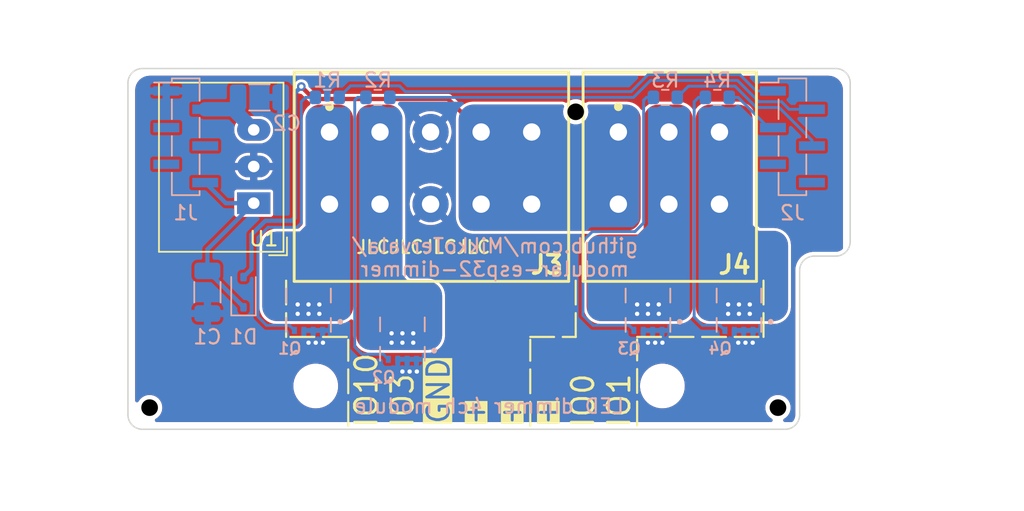
<source format=kicad_pcb>
(kicad_pcb (version 20221018) (generator pcbnew)
  (layers (0 "F.Cu" signal) (31 "B.Cu" signal) (34 "B.Paste" user) (35 "F.Paste" user) (36 "B.SilkS" user "B.Silkscreen") (37 "F.SilkS" user "F.Silkscreen") (38 "B.Mask" user) (39 "F.Mask" user) (44 "Edge.Cuts" user))
  (net 0 "")
  (net 1 "GND")
  (net 2 "+12C")
  (net 3 "+3V3")
  (net 4 "+12V")
  (net 8 "/CH1")
  (net 9 "/CH2")
  (net 10 "Net-(Q1-G)")
  (net 11 "Net-(Q2-G)")
  (net 12 "Net-(Q3-G)")
  (net 13 "/CH3")
  (net 14 "Net-(Q4-G)")
  (net 15 "/CH4")
  (net 16 "GPIO10")
  (net 17 "GPIO3")
  (net 18 "GPIO1")
  (net 19 "GPIO0")
  (net 20 "GPIO7")
  (net 21 "GPIO6")
  (footprint "ESP32_dimmer_footprints:CONN_2601-1103_Wago" (layer "F.Cu") (at 153.95 34.4)
    (fp_text reference "J4" (at 8.05 9.2) (layer "F.SilkS") (effects (font (size 1.27 1.27) (thickness 0.254))))
    (fp_text value "Conn_01x03" hide)
    (fp_line (start -2.44 -4.15) (end 9.56 -4.15) (stroke (width 0.2)) (layer "F.SilkS"))
    (fp_line (start -2.44 10.35) (end -2.44 -4.15) (stroke (width 0.2)) (layer "F.SilkS"))
    (fp_line (start 9.56 -4.15) (end 9.56 10.35) (stroke (width 0.2)) (layer "F.SilkS"))
    (fp_line (start 9.56 10.35) (end -2.44 10.35) (stroke (width 0.2)) (layer "F.SilkS"))
    (fp_circle (center 0 -1.75) (end 0.25 -1.75) (stroke (width 0.1)) (fill solid) (layer "F.SilkS"))
    (pad "1" thru_hole circle (at 0 0) (size 2.5 2.5) (drill 1.2) (layers "*.Cu" "*.Mask") (net 4 "+12V"))
    (pad "1" thru_hole circle (at 0 5) (size 2.5 2.5) (drill 1.2) (layers "*.Cu" "*.Mask") (net 4 "+12V"))
    (pad "2" thru_hole circle (at 3.5 0) (size 2.5 2.5) (drill 1.2) (layers "*.Cu" "*.Mask") (net 13 "/CH3"))
    (pad "2" thru_hole circle (at 3.5 5) (size 2.5 2.5) (drill 1.2) (layers "*.Cu" "*.Mask") (net 13 "/CH3"))
    (pad "3" thru_hole circle (at 7 0) (size 2.5 2.5) (drill 1.2) (layers "*.Cu" "*.Mask") (net 15 "/CH4"))
    (pad "3" thru_hole circle (at 7 5) (size 2.5 2.5) (drill 1.2) (layers "*.Cu" "*.Mask") (net 15 "/CH4"))
  )
  (footprint "ESP32_dimmer_footprints:JLCPCB tooling hole" (layer "F.Cu") (at 151 33)
    (fp_text reference "H4" hide)
    (fp_text value "JLCPCB tooling hole" hide)
    (pad "" np_thru_hole circle (at 0 0) (size 1.3 1.3) (drill 1.152) (layers "*.Mask"))
  )
  (footprint "ESP32_dimmer_footprints:JLCPCB tooling hole" (layer "F.Cu") (at 165 53.5)
    (fp_text reference "H5" hide)
    (fp_text value "JLCPCB tooling hole" hide)
    (pad "" np_thru_hole circle (at 0 0) (size 1.3 1.3) (drill 1.152) (layers "*.Mask"))
  )
  (footprint "MountingHole:MountingHole_2.5mm" (layer "F.Cu") (at 157 52)
    (fp_text reference "H2" hide)
    (fp_text value "MountingHole-Spacer")
    (pad "" np_thru_hole circle (at 0 0) (size 2.5 2.5) (drill 2.5) (layers "*.Cu" "*.Mask"))
  )
  (footprint "ESP32_dimmer_footprints:Converter_DCDC_RECOM_R-78E-0.5_THT" (layer "F.Cu") (at 128.7075 39.33 90)
    (fp_text reference "U1" (at -2.47 0.6925 180) (layer "F.SilkS"))
    (fp_text value "R-78E3.3-0.5")
    (fp_line (start -3.611 1.06) (end -3.611 2.3) (stroke (width 0.12)) (layer "F.SilkS"))
    (fp_line (start -3.611 2.3) (end -2.371 2.3) (stroke (width 0.12)) (layer "F.SilkS"))
    (fp_line (start -3.371 -6.56) (end -3.371 2.06) (stroke (width 0.12)) (layer "F.SilkS"))
    (fp_line (start -3.371 -6.56) (end 8.35 -6.56) (stroke (width 0.12)) (layer "F.SilkS"))
    (fp_line (start -3.371 2.06) (end 8.35 2.06) (stroke (width 0.12)) (layer "F.SilkS"))
    (fp_line (start 8.35 -6.56) (end 8.35 2.06) (stroke (width 0.12)) (layer "F.SilkS"))
    (pad "1" thru_hole rect (at 0 0 90) (size 1.5 2.3) (drill 0.8) (layers "*.Cu" "*.Mask") (net 2 "+12C"))
    (pad "2" thru_hole oval (at 2.54 0 90) (size 1.5 2.3) (drill 0.8) (layers "*.Cu" "*.Mask") (net 1 "GND"))
    (pad "3" thru_hole oval (at 5.08 0 90) (size 1.5 2.3) (drill 0.8) (layers "*.Cu" "*.Mask") (net 3 "+3V3"))
  )
  (footprint "ESP32_dimmer_footprints:CONN_2601-1105_Wago" (layer "F.Cu") (at 133.95 34.4)
    (fp_text reference "J3" (at 15.05 9.2) (layer "F.SilkS") (effects (font (size 1.27 1.27) (thickness 0.254))))
    (fp_text value "Conn_01x05" hide)
    (fp_line (start -2.44 -4.15) (end 16.56 -4.15) (stroke (width 0.2)) (layer "F.SilkS"))
    (fp_line (start -2.44 10.35) (end -2.44 -4.15) (stroke (width 0.2)) (layer "F.SilkS"))
    (fp_line (start 16.56 -4.15) (end 16.56 10.35) (stroke (width 0.2)) (layer "F.SilkS"))
    (fp_line (start 16.56 10.35) (end -2.44 10.35) (stroke (width 0.2)) (layer "F.SilkS"))
    (fp_circle (center 0 -1.75) (end 0.25 -1.75) (stroke (width 0.1)) (fill solid) (layer "F.SilkS"))
    (pad "1" thru_hole circle (at 0 0) (size 2.5 2.5) (drill 1.2) (layers "*.Cu" "*.Mask") (net 8 "/CH1"))
    (pad "1" thru_hole circle (at 0 5) (size 2.5 2.5) (drill 1.2) (layers "*.Cu" "*.Mask") (net 8 "/CH1"))
    (pad "2" thru_hole circle (at 3.5 0) (size 2.5 2.5) (drill 1.2) (layers "*.Cu" "*.Mask") (net 9 "/CH2"))
    (pad "2" thru_hole circle (at 3.5 5) (size 2.5 2.5) (drill 1.2) (layers "*.Cu" "*.Mask") (net 9 "/CH2"))
    (pad "3" thru_hole circle (at 7 0) (size 2.5 2.5) (drill 1.2) (layers "*.Cu" "*.Mask") (net 1 "GND"))
    (pad "3" thru_hole circle (at 7 5) (size 2.5 2.5) (drill 1.2) (layers "*.Cu" "*.Mask") (net 1 "GND"))
    (pad "4" thru_hole circle (at 10.5 0) (size 2.5 2.5) (drill 1.2) (layers "*.Cu" "*.Mask") (net 4 "+12V"))
    (pad "4" thru_hole circle (at 10.5 5) (size 2.5 2.5) (drill 1.2) (layers "*.Cu" "*.Mask") (net 4 "+12V"))
    (pad "5" thru_hole circle (at 14 0) (size 2.5 2.5) (drill 1.2) (layers "*.Cu" "*.Mask") (net 4 "+12V"))
    (pad "5" thru_hole circle (at 14 5) (size 2.5 2.5) (drill 1.2) (layers "*.Cu" "*.Mask") (net 4 "+12V"))
  )
  (footprint "MountingHole:MountingHole_2.5mm" (layer "F.Cu") (at 133 52)
    (fp_text reference "H1" hide)
    (fp_text value "MountingHole-Spacer")
    (pad "" np_thru_hole circle (at 0 0) (size 2.5 2.5) (drill 2.5) (layers "*.Cu" "*.Mask"))
  )
  (footprint "ESP32_dimmer_footprints:JLCPCB tooling hole" (layer "F.Cu") (at 121.5 53.5)
    (fp_text reference "H3" hide)
    (fp_text value "JLCPCB tooling hole" hide)
    (pad "" np_thru_hole circle (at 0 0) (size 1.3 1.3) (drill 1.152) (layers "*.Mask"))
  )
  (footprint "Capacitor_SMD:C_1206_3216Metric" (layer "B.Cu") (at 125.5 45.5 90)
    (fp_text reference "C1" (at -3.1 0 180) (layer "B.SilkS") (effects (justify mirror)))
    (fp_text value "10µf")
    (fp_line (start -0.711252 -0.91) (end 0.711252 -0.91) (stroke (width 0.12)) (layer "B.SilkS"))
    (fp_line (start -0.711252 0.91) (end 0.711252 0.91) (stroke (width 0.12)) (layer "B.SilkS"))
    (pad "1" smd roundrect (at -1.475 0 90) (size 1.15 1.8) (layers "B.Cu" "B.Paste" "B.Mask") (roundrect_rratio 0.2173913043) (net 1 "GND"))
    (pad "2" smd roundrect (at 1.475 0 90) (size 1.15 1.8) (layers "B.Cu" "B.Paste" "B.Mask") (roundrect_rratio 0.2173913043) (net 2 "+12C"))
  )
  (footprint "ESP32_dimmer_footprints:TRANS_AON7403" (layer "B.Cu") (at 162.3 46.75 90)
    (fp_text reference "Q4" (at -2.65 -1.3 180) (layer "B.SilkS") (effects (font (size 0.8 0.8)) (justify mirror)))
    (fp_text value "AON7524")
    (fp_line (start -0.535 -1.545) (end -1.5 -1.545) (stroke (width 0.127)) (layer "B.SilkS"))
    (fp_line (start -0.535 1.545) (end -1.5 1.545) (stroke (width 0.127)) (layer "B.SilkS"))
    (fp_line (start 0.535 -1.545) (end 1.5 -1.545) (stroke (width 0.127)) (layer "B.SilkS"))
    (fp_line (start 0.535 1.545) (end 1.5 1.545) (stroke (width 0.127)) (layer "B.SilkS"))
    (fp_circle (center -0.8 2.2) (end -0.7 2.2) (stroke (width 0.2)) (fill none) (layer "B.SilkS"))
    (pad "1" smd roundrect (at -1.4 -0.975 90) (size 0.5 0.35) (layers "B.Cu" "B.Paste" "B.Mask") (roundrect_rratio 0.1) (net 14 "Net-(Q4-G)"))
    (pad "2" thru_hole circle (at -0.25 -0.75 90) (size 0.6 0.6) (drill 0.3) (layers "*.Cu" "*.Mask") (net 15 "/CH4"))
    (pad "2" thru_hole circle (at -0.25 0 90) (size 0.6 0.6) (drill 0.3) (layers "*.Cu" "*.Mask") (net 15 "/CH4"))
    (pad "2" thru_hole circle (at -0.25 0.75 90) (size 0.6 0.6) (drill 0.3) (layers "*.Cu" "*.Mask") (net 15 "/CH4"))
    (pad "2" smd roundrect (at 0 -1.315 90) (size 0.43 0.58) (layers "B.Cu" "B.Paste" "B.Mask") (roundrect_rratio 0.1) (net 15 "/CH4"))
    (pad "2" smd roundrect (at 0 1.315 90) (size 0.43 0.58) (layers "B.Cu" "B.Paste" "B.Mask") (roundrect_rratio 0.1) (net 15 "/CH4"))
    (pad "2" smd roundrect (at 0.36 0 90) (size 1.98 2.45) (layers "B.Cu" "B.Mask") (roundrect_rratio 0.0202020202) (net 15 "/CH4"))
    (pad "2" thru_hole circle (at 0.4 -0.75 90) (size 0.6 0.6) (drill 0.3) (layers "*.Cu" "*.Mask") (net 15 "/CH4"))
    (pad "2" thru_hole circle (at 0.4 0 90) (size 0.6 0.6) (drill 0.3) (layers "*.Cu" "*.Mask") (net 15 "/CH4"))
    (pad "2" thru_hole circle (at 0.4 0.75 90) (size 0.6 0.6) (drill 0.3) (layers "*.Cu" "*.Mask") (net 15 "/CH4"))
    (pad "2" smd roundrect (at 1.4 -0.975 90) (size 0.5 0.4) (layers "B.Cu" "B.Paste" "B.Mask") (roundrect_rratio 0.1) (net 15 "/CH4"))
    (pad "2" smd roundrect (at 1.4 -0.325 90) (size 0.5 0.4) (layers "B.Cu" "B.Paste" "B.Mask") (roundrect_rratio 0.1) (net 15 "/CH4"))
    (pad "2" smd roundrect (at 1.4 0.325 90) (size 0.5 0.4) (layers "B.Cu" "B.Paste" "B.Mask") (roundrect_rratio 0.1) (net 15 "/CH4"))
    (pad "2" smd roundrect (at 1.4 0.975 90) (size 0.5 0.4) (layers "B.Cu" "B.Paste" "B.Mask") (roundrect_rratio 0.1) (net 15 "/CH4"))
    (pad "3" smd roundrect (at -1.4 -0.325 90) (size 0.5 0.35) (layers "B.Cu" "B.Paste" "B.Mask") (roundrect_rratio 0.1) (net 1 "GND"))
    (pad "3" smd roundrect (at -1.4 0.325 90) (size 0.5 0.35) (layers "B.Cu" "B.Paste" "B.Mask") (roundrect_rratio 0.1) (net 1 "GND"))
    (pad "3" smd roundrect (at -1.4 0.975 90) (size 0.5 0.35) (layers "B.Cu" "B.Paste" "B.Mask") (roundrect_rratio 0.1) (net 1 "GND"))
  )
  (footprint "Connector_PinSocket_1.27mm:PinSocket_1x06_P1.27mm_Vertical_SMD_Pin1Right" (layer "B.Cu") (at 124 34.73 180)
    (fp_text reference "J1" (at 0 -5.27) (layer "B.SilkS") (effects (justify mirror)))
    (fp_text value "Conn_01x06_Socket")
    (fp_line (start -0.96 -4.045) (end 0.96 -4.045) (stroke (width 0.12)) (layer "B.SilkS"))
    (fp_line (start -0.96 -3.76) (end -0.96 -4.045) (stroke (width 0.12)) (layer "B.SilkS"))
    (fp_line (start -0.96 -1.22) (end -0.96 -2.59) (stroke (width 0.12)) (layer "B.SilkS"))
    (fp_line (start -0.96 1.32) (end -0.96 -0.05) (stroke (width 0.12)) (layer "B.SilkS"))
    (fp_line (start -0.96 4.045) (end -0.96 2.49) (stroke (width 0.12)) (layer "B.SilkS"))
    (fp_line (start -0.96 4.045) (end 0.96 4.045) (stroke (width 0.12)) (layer "B.SilkS"))
    (fp_line (start 0.96 -2.49) (end 0.96 -4.045) (stroke (width 0.12)) (layer "B.SilkS"))
    (fp_line (start 0.96 0.05) (end 0.96 -1.32) (stroke (width 0.12)) (layer "B.SilkS"))
    (fp_line (start 0.96 2.59) (end 0.96 1.22) (stroke (width 0.12)) (layer "B.SilkS"))
    (fp_line (start 0.96 3.76) (end 2.19 3.76) (stroke (width 0.12)) (layer "B.SilkS"))
    (fp_line (start 0.96 4.045) (end 0.96 3.76) (stroke (width 0.12)) (layer "B.SilkS"))
    (pad "1" smd rect (at 1.35 3.175 180) (size 1.8 0.65) (layers "B.Cu" "B.Paste" "B.Mask") (net 1 "GND"))
    (pad "2" smd rect (at -1.35 1.905 180) (size 1.8 0.65) (layers "B.Cu" "B.Paste" "B.Mask") (net 3 "+3V3"))
    (pad "3" smd rect (at 1.35 0.635 180) (size 1.8 0.65) (layers "B.Cu" "B.Paste" "B.Mask"))
    (pad "4" smd rect (at -1.35 -0.635 180) (size 1.8 0.65) (layers "B.Cu" "B.Paste" "B.Mask"))
    (pad "5" smd rect (at 1.35 -1.905 180) (size 1.8 0.65) (layers "B.Cu" "B.Paste" "B.Mask"))
    (pad "6" smd rect (at -1.35 -3.175 180) (size 1.8 0.65) (layers "B.Cu" "B.Paste" "B.Mask") (net 2 "+12C"))
  )
  (footprint "Connector_PinSocket_1.27mm:PinSocket_1x06_P1.27mm_Vertical_SMD_Pin1Right" (layer "B.Cu") (at 166 34.73 180)
    (fp_text reference "J2" (at 0 -5.27) (layer "B.SilkS") (effects (justify mirror)))
    (fp_text value "Conn_01x06_Socket")
    (fp_line (start -0.96 -4.045) (end 0.96 -4.045) (stroke (width 0.12)) (layer "B.SilkS"))
    (fp_line (start -0.96 -3.76) (end -0.96 -4.045) (stroke (width 0.12)) (layer "B.SilkS"))
    (fp_line (start -0.96 -1.22) (end -0.96 -2.59) (stroke (width 0.12)) (layer "B.SilkS"))
    (fp_line (start -0.96 1.32) (end -0.96 -0.05) (stroke (width 0.12)) (layer "B.SilkS"))
    (fp_line (start -0.96 4.045) (end -0.96 2.49) (stroke (width 0.12)) (layer "B.SilkS"))
    (fp_line (start -0.96 4.045) (end 0.96 4.045) (stroke (width 0.12)) (layer "B.SilkS"))
    (fp_line (start 0.96 -2.49) (end 0.96 -4.045) (stroke (width 0.12)) (layer "B.SilkS"))
    (fp_line (start 0.96 0.05) (end 0.96 -1.32) (stroke (width 0.12)) (layer "B.SilkS"))
    (fp_line (start 0.96 2.59) (end 0.96 1.22) (stroke (width 0.12)) (layer "B.SilkS"))
    (fp_line (start 0.96 3.76) (end 2.19 3.76) (stroke (width 0.12)) (layer "B.SilkS"))
    (fp_line (start 0.96 4.045) (end 0.96 3.76) (stroke (width 0.12)) (layer "B.SilkS"))
    (pad "1" smd rect (at 1.35 3.175 180) (size 1.8 0.65) (layers "B.Cu" "B.Paste" "B.Mask") (net 16 "GPIO10"))
    (pad "2" smd rect (at -1.35 1.905 180) (size 1.8 0.65) (layers "B.Cu" "B.Paste" "B.Mask") (net 17 "GPIO3"))
    (pad "3" smd rect (at 1.35 0.635 180) (size 1.8 0.65) (layers "B.Cu" "B.Paste" "B.Mask") (net 18 "GPIO1"))
    (pad "4" smd rect (at -1.35 -0.635 180) (size 1.8 0.65) (layers "B.Cu" "B.Paste" "B.Mask") (net 19 "GPIO0"))
    (pad "5" smd rect (at 1.35 -1.905 180) (size 1.8 0.65) (layers "B.Cu" "B.Paste" "B.Mask") (net 20 "GPIO7"))
    (pad "6" smd rect (at -1.35 -3.175 180) (size 1.8 0.65) (layers "B.Cu" "B.Paste" "B.Mask") (net 21 "GPIO6"))
  )
  (footprint "ESP32_dimmer_footprints:TRANS_AON7403" (layer "B.Cu") (at 139 48.75 90)
    (fp_text reference "Q2" (at -2.65 -1.3 180) (layer "B.SilkS") (effects (font (size 0.8 0.8)) (justify mirror)))
    (fp_text value "AON7524")
    (fp_line (start -0.535 -1.545) (end -1.5 -1.545) (stroke (width 0.127)) (layer "B.SilkS"))
    (fp_line (start -0.535 1.545) (end -1.5 1.545) (stroke (width 0.127)) (layer "B.SilkS"))
    (fp_line (start 0.535 -1.545) (end 1.5 -1.545) (stroke (width 0.127)) (layer "B.SilkS"))
    (fp_line (start 0.535 1.545) (end 1.5 1.545) (stroke (width 0.127)) (layer "B.SilkS"))
    (fp_circle (center -0.8 2.2) (end -0.7 2.2) (stroke (width 0.2)) (fill none) (layer "B.SilkS"))
    (pad "1" smd roundrect (at -1.4 -0.975 90) (size 0.5 0.35) (layers "B.Cu" "B.Paste" "B.Mask") (roundrect_rratio 0.1) (net 11 "Net-(Q2-G)"))
    (pad "2" thru_hole circle (at -0.25 -0.75 90) (size 0.6 0.6) (drill 0.3) (layers "*.Cu" "*.Mask") (net 9 "/CH2"))
    (pad "2" thru_hole circle (at -0.25 0 90) (size 0.6 0.6) (drill 0.3) (layers "*.Cu" "*.Mask") (net 9 "/CH2"))
    (pad "2" thru_hole circle (at -0.25 0.75 90) (size 0.6 0.6) (drill 0.3) (layers "*.Cu" "*.Mask") (net 9 "/CH2"))
    (pad "2" smd roundrect (at 0 -1.315 90) (size 0.43 0.58) (layers "B.Cu" "B.Paste" "B.Mask") (roundrect_rratio 0.1) (net 9 "/CH2"))
    (pad "2" smd roundrect (at 0 1.315 90) (size 0.43 0.58) (layers "B.Cu" "B.Paste" "B.Mask") (roundrect_rratio 0.1) (net 9 "/CH2"))
    (pad "2" smd roundrect (at 0.36 0 90) (size 1.98 2.45) (layers "B.Cu" "B.Mask") (roundrect_rratio 0.0202020202) (net 9 "/CH2"))
    (pad "2" thru_hole circle (at 0.4 -0.75 90) (size 0.6 0.6) (drill 0.3) (layers "*.Cu" "*.Mask") (net 9 "/CH2"))
    (pad "2" thru_hole circle (at 0.4 0 90) (size 0.6 0.6) (drill 0.3) (layers "*.Cu" "*.Mask") (net 9 "/CH2"))
    (pad "2" thru_hole circle (at 0.4 0.75 90) (size 0.6 0.6) (drill 0.3) (layers "*.Cu" "*.Mask") (net 9 "/CH2"))
    (pad "2" smd roundrect (at 1.4 -0.975 90) (size 0.5 0.4) (layers "B.Cu" "B.Paste" "B.Mask") (roundrect_rratio 0.1) (net 9 "/CH2"))
    (pad "2" smd roundrect (at 1.4 -0.325 90) (size 0.5 0.4) (layers "B.Cu" "B.Paste" "B.Mask") (roundrect_rratio 0.1) (net 9 "/CH2"))
    (pad "2" smd roundrect (at 1.4 0.325 90) (size 0.5 0.4) (layers "B.Cu" "B.Paste" "B.Mask") (roundrect_rratio 0.1) (net 9 "/CH2"))
    (pad "2" smd roundrect (at 1.4 0.975 90) (size 0.5 0.4) (layers "B.Cu" "B.Paste" "B.Mask") (roundrect_rratio 0.1) (net 9 "/CH2"))
    (pad "3" smd roundrect (at -1.4 -0.325 90) (size 0.5 0.35) (layers "B.Cu" "B.Paste" "B.Mask") (roundrect_rratio 0.1) (net 1 "GND"))
    (pad "3" smd roundrect (at -1.4 0.325 90) (size 0.5 0.35) (layers "B.Cu" "B.Paste" "B.Mask") (roundrect_rratio 0.1) (net 1 "GND"))
    (pad "3" smd roundrect (at -1.4 0.975 90) (size 0.5 0.35) (layers "B.Cu" "B.Paste" "B.Mask") (roundrect_rratio 0.1) (net 1 "GND"))
  )
  (footprint "Diode_SMD:D_SOD-323" (layer "B.Cu") (at 128 45.5 90)
    (fp_text reference "D1" (at -3.1 0 180) (layer "B.SilkS") (effects (justify mirror)))
    (fp_text value "1N5819WS 1A 40V")
    (fp_line (start -1.61 -0.85) (end 1.05 -0.85) (stroke (width 0.12)) (layer "B.SilkS"))
    (fp_line (start -1.61 0.85) (end -1.61 -0.85) (stroke (width 0.12)) (layer "B.SilkS"))
    (fp_line (start -1.61 0.85) (end 1.05 0.85) (stroke (width 0.12)) (layer "B.SilkS"))
    (pad "1" smd roundrect (at -1.05 0 90) (size 0.6 0.45) (layers "B.Cu" "B.Paste" "B.Mask") (net 2 "+12C"))
    (pad "2" smd roundrect (at 1.05 0 90) (size 0.6 0.45) (layers "B.Cu" "B.Paste" "B.Mask") (net 4 "+12V"))
  )
  (footprint "ESP32_dimmer_footprints:TRANS_AON7403" (layer "B.Cu") (at 132.5 46.75 90)
    (fp_text reference "Q1" (at -2.65 -1.3 180) (layer "B.SilkS") (effects (font (size 0.8 0.8)) (justify mirror)))
    (fp_text value "AON7524")
    (fp_line (start -0.535 -1.545) (end -1.5 -1.545) (stroke (width 0.127)) (layer "B.SilkS"))
    (fp_line (start -0.535 1.545) (end -1.5 1.545) (stroke (width 0.127)) (layer "B.SilkS"))
    (fp_line (start 0.535 -1.545) (end 1.5 -1.545) (stroke (width 0.127)) (layer "B.SilkS"))
    (fp_line (start 0.535 1.545) (end 1.5 1.545) (stroke (width 0.127)) (layer "B.SilkS"))
    (fp_circle (center -0.8 2.2) (end -0.7 2.2) (stroke (width 0.2)) (fill none) (layer "B.SilkS"))
    (pad "1" smd roundrect (at -1.4 -0.975 90) (size 0.5 0.35) (layers "B.Cu" "B.Paste" "B.Mask") (roundrect_rratio 0.1) (net 10 "Net-(Q1-G)"))
    (pad "2" thru_hole circle (at -0.25 -0.75 90) (size 0.6 0.6) (drill 0.3) (layers "*.Cu" "*.Mask") (net 8 "/CH1"))
    (pad "2" thru_hole circle (at -0.25 0 90) (size 0.6 0.6) (drill 0.3) (layers "*.Cu" "*.Mask") (net 8 "/CH1"))
    (pad "2" thru_hole circle (at -0.25 0.75 90) (size 0.6 0.6) (drill 0.3) (layers "*.Cu" "*.Mask") (net 8 "/CH1"))
    (pad "2" smd roundrect (at 0 -1.315 90) (size 0.43 0.58) (layers "B.Cu" "B.Paste" "B.Mask") (roundrect_rratio 0.1) (net 8 "/CH1"))
    (pad "2" smd roundrect (at 0 1.315 90) (size 0.43 0.58) (layers "B.Cu" "B.Paste" "B.Mask") (roundrect_rratio 0.1) (net 8 "/CH1"))
    (pad "2" smd roundrect (at 0.36 0 90) (size 1.98 2.45) (layers "B.Cu" "B.Mask") (roundrect_rratio 0.0202020202) (net 8 "/CH1"))
    (pad "2" thru_hole circle (at 0.4 -0.75 90) (size 0.6 0.6) (drill 0.3) (layers "*.Cu" "*.Mask") (net 8 "/CH1"))
    (pad "2" thru_hole circle (at 0.4 0 90) (size 0.6 0.6) (drill 0.3) (layers "*.Cu" "*.Mask") (net 8 "/CH1"))
    (pad "2" thru_hole circle (at 0.4 0.75 90) (size 0.6 0.6) (drill 0.3) (layers "*.Cu" "*.Mask") (net 8 "/CH1"))
    (pad "2" smd roundrect (at 1.4 -0.975 90) (size 0.5 0.4) (layers "B.Cu" "B.Paste" "B.Mask") (roundrect_rratio 0.1) (net 8 "/CH1"))
    (pad "2" smd roundrect (at 1.4 -0.325 90) (size 0.5 0.4) (layers "B.Cu" "B.Paste" "B.Mask") (roundrect_rratio 0.1) (net 8 "/CH1"))
    (pad "2" smd roundrect (at 1.4 0.325 90) (size 0.5 0.4) (layers "B.Cu" "B.Paste" "B.Mask") (roundrect_rratio 0.1) (net 8 "/CH1"))
    (pad "2" smd roundrect (at 1.4 0.975 90) (size 0.5 0.4) (layers "B.Cu" "B.Paste" "B.Mask") (roundrect_rratio 0.1) (net 8 "/CH1"))
    (pad "3" smd roundrect (at -1.4 -0.325 90) (size 0.5 0.35) (layers "B.Cu" "B.Paste" "B.Mask") (roundrect_rratio 0.1) (net 1 "GND"))
    (pad "3" smd roundrect (at -1.4 0.325 90) (size 0.5 0.35) (layers "B.Cu" "B.Paste" "B.Mask") (roundrect_rratio 0.1) (net 1 "GND"))
    (pad "3" smd roundrect (at -1.4 0.975 90) (size 0.5 0.35) (layers "B.Cu" "B.Paste" "B.Mask") (roundrect_rratio 0.1) (net 1 "GND"))
  )
  (footprint "Resistor_SMD:R_0603_1608Metric" (layer "B.Cu") (at 157.2 32 180)
    (fp_text reference "R3" (at 0 1.2) (layer "B.SilkS") (effects (justify mirror)))
    (fp_text value "100")
    (fp_line (start -0.237258 -0.5225) (end 0.237258 -0.5225) (stroke (width 0.12)) (layer "B.SilkS"))
    (fp_line (start -0.237258 0.5225) (end 0.237258 0.5225) (stroke (width 0.12)) (layer "B.SilkS"))
    (pad "1" smd roundrect (at -0.825 0 180) (size 0.8 0.95) (layers "B.Cu" "B.Paste" "B.Mask") (net 19 "GPIO0"))
    (pad "2" smd roundrect (at 0.825 0 180) (size 0.8 0.95) (layers "B.Cu" "B.Paste" "B.Mask") (net 12 "Net-(Q3-G)"))
  )
  (footprint "ESP32_dimmer_footprints:TRANS_AON7403" (layer "B.Cu") (at 156 46.75 90)
    (fp_text reference "Q3" (at -2.65 -1.3 180) (layer "B.SilkS") (effects (font (size 0.8 0.8)) (justify mirror)))
    (fp_text value "AON7524")
    (fp_line (start -0.535 -1.545) (end -1.5 -1.545) (stroke (width 0.127)) (layer "B.SilkS"))
    (fp_line (start -0.535 1.545) (end -1.5 1.545) (stroke (width 0.127)) (layer "B.SilkS"))
    (fp_line (start 0.535 -1.545) (end 1.5 -1.545) (stroke (width 0.127)) (layer "B.SilkS"))
    (fp_line (start 0.535 1.545) (end 1.5 1.545) (stroke (width 0.127)) (layer "B.SilkS"))
    (fp_circle (center -0.8 2.2) (end -0.7 2.2) (stroke (width 0.2)) (fill none) (layer "B.SilkS"))
    (pad "1" smd roundrect (at -1.4 -0.975 90) (size 0.5 0.35) (layers "B.Cu" "B.Paste" "B.Mask") (roundrect_rratio 0.1) (net 12 "Net-(Q3-G)"))
    (pad "2" thru_hole circle (at -0.25 -0.75 90) (size 0.6 0.6) (drill 0.3) (layers "*.Cu" "*.Mask") (net 13 "/CH3"))
    (pad "2" thru_hole circle (at -0.25 0 90) (size 0.6 0.6) (drill 0.3) (layers "*.Cu" "*.Mask") (net 13 "/CH3"))
    (pad "2" thru_hole circle (at -0.25 0.75 90) (size 0.6 0.6) (drill 0.3) (layers "*.Cu" "*.Mask") (net 13 "/CH3"))
    (pad "2" smd roundrect (at 0 -1.315 90) (size 0.43 0.58) (layers "B.Cu" "B.Paste" "B.Mask") (roundrect_rratio 0.1) (net 13 "/CH3"))
    (pad "2" smd roundrect (at 0 1.315 90) (size 0.43 0.58) (layers "B.Cu" "B.Paste" "B.Mask") (roundrect_rratio 0.1) (net 13 "/CH3"))
    (pad "2" smd roundrect (at 0.36 0 90) (size 1.98 2.45) (layers "B.Cu" "B.Mask") (roundrect_rratio 0.0202020202) (net 13 "/CH3"))
    (pad "2" thru_hole circle (at 0.4 -0.75 90) (size 0.6 0.6) (drill 0.3) (layers "*.Cu" "*.Mask") (net 13 "/CH3"))
    (pad "2" thru_hole circle (at 0.4 0 90) (size 0.6 0.6) (drill 0.3) (layers "*.Cu" "*.Mask") (net 13 "/CH3"))
    (pad "2" thru_hole circle (at 0.4 0.75 90) (size 0.6 0.6) (drill 0.3) (layers "*.Cu" "*.Mask") (net 13 "/CH3"))
    (pad "2" smd roundrect (at 1.4 -0.975 90) (size 0.5 0.4) (layers "B.Cu" "B.Paste" "B.Mask") (roundrect_rratio 0.1) (net 13 "/CH3"))
    (pad "2" smd roundrect (at 1.4 -0.325 90) (size 0.5 0.4) (layers "B.Cu" "B.Paste" "B.Mask") (roundrect_rratio 0.1) (net 13 "/CH3"))
    (pad "2" smd roundrect (at 1.4 0.325 90) (size 0.5 0.4) (layers "B.Cu" "B.Paste" "B.Mask") (roundrect_rratio 0.1) (net 13 "/CH3"))
    (pad "2" smd roundrect (at 1.4 0.975 90) (size 0.5 0.4) (layers "B.Cu" "B.Paste" "B.Mask") (roundrect_rratio 0.1) (net 13 "/CH3"))
    (pad "3" smd roundrect (at -1.4 -0.325 90) (size 0.5 0.35) (layers "B.Cu" "B.Paste" "B.Mask") (roundrect_rratio 0.1) (net 1 "GND"))
    (pad "3" smd roundrect (at -1.4 0.325 90) (size 0.5 0.35) (layers "B.Cu" "B.Paste" "B.Mask") (roundrect_rratio 0.1) (net 1 "GND"))
    (pad "3" smd roundrect (at -1.4 0.975 90) (size 0.5 0.35) (layers "B.Cu" "B.Paste" "B.Mask") (roundrect_rratio 0.1) (net 1 "GND"))
  )
  (footprint "Resistor_SMD:R_0603_1608Metric" (layer "B.Cu") (at 137.3 32 180)
    (fp_text reference "R2" (at 0 1.2) (layer "B.SilkS") (effects (justify mirror)))
    (fp_text value "100")
    (fp_line (start -0.237258 -0.5225) (end 0.237258 -0.5225) (stroke (width 0.12)) (layer "B.SilkS"))
    (fp_line (start -0.237258 0.5225) (end 0.237258 0.5225) (stroke (width 0.12)) (layer "B.SilkS"))
    (pad "1" smd roundrect (at -0.825 0 180) (size 0.8 0.95) (layers "B.Cu" "B.Paste" "B.Mask") (net 17 "GPIO3"))
    (pad "2" smd roundrect (at 0.825 0 180) (size 0.8 0.95) (layers "B.Cu" "B.Paste" "B.Mask") (net 11 "Net-(Q2-G)"))
  )
  (footprint "Resistor_SMD:R_0603_1608Metric" (layer "B.Cu") (at 133.8 32 180)
    (fp_text reference "R1" (at 0 1.2) (layer "B.SilkS") (effects (justify mirror)))
    (fp_text value "100")
    (fp_line (start -0.237258 -0.5225) (end 0.237258 -0.5225) (stroke (width 0.12)) (layer "B.SilkS"))
    (fp_line (start -0.237258 0.5225) (end 0.237258 0.5225) (stroke (width 0.12)) (layer "B.SilkS"))
    (pad "1" smd roundrect (at -0.825 0 180) (size 0.8 0.95) (layers "B.Cu" "B.Paste" "B.Mask") (net 16 "GPIO10"))
    (pad "2" smd roundrect (at 0.825 0 180) (size 0.8 0.95) (layers "B.Cu" "B.Paste" "B.Mask") (net 10 "Net-(Q1-G)"))
  )
  (footprint "Resistor_SMD:R_0603_1608Metric" (layer "B.Cu") (at 160.8 32 180)
    (fp_text reference "R4" (at 0 1.2) (layer "B.SilkS") (effects (justify mirror)))
    (fp_text value "100")
    (fp_line (start -0.237258 -0.5225) (end 0.237258 -0.5225) (stroke (width 0.12)) (layer "B.SilkS"))
    (fp_line (start -0.237258 0.5225) (end 0.237258 0.5225) (stroke (width 0.12)) (layer "B.SilkS"))
    (pad "1" smd roundrect (at -0.825 0 180) (size 0.8 0.95) (layers "B.Cu" "B.Paste" "B.Mask") (net 18 "GPIO1"))
    (pad "2" smd roundrect (at 0.825 0 180) (size 0.8 0.95) (layers "B.Cu" "B.Paste" "B.Mask") (net 14 "Net-(Q4-G)"))
  )
  (footprint "Capacitor_SMD:C_1206_3216Metric" (layer "B.Cu") (at 129.1 32 180)
    (fp_text reference "C2" (at -1.9 -1.8) (layer "B.SilkS") (effects (justify mirror)))
    (fp_text value "10µf")
    (fp_line (start -0.711252 -0.91) (end 0.711252 -0.91) (stroke (width 0.12)) (layer "B.SilkS"))
    (fp_line (start -0.711252 0.91) (end 0.711252 0.91) (stroke (width 0.12)) (layer "B.SilkS"))
    (pad "1" smd roundrect (at -1.475 0 180) (size 1.15 1.8) (layers "B.Cu" "B.Paste" "B.Mask") (roundrect_rratio 0.2173913043) (net 1 "GND"))
    (pad "2" smd roundrect (at 1.475 0 180) (size 1.15 1.8) (layers "B.Cu" "B.Paste" "B.Mask") (roundrect_rratio 0.2173913043) (net 3 "+3V3"))
  )
  (gr_line (start 155.25 54.725) (end 155.25 48.775) (stroke (width 0.15) (type dash)) (layer "F.SilkS"))
  (gr_line (start 164 48.6) (end 164 44.65) (stroke (width 0.15) (type dash)) (layer "F.SilkS"))
  (gr_line (start 135.25 54.75) (end 135.25 48.8) (stroke (width 0.15) (type dash)) (layer "F.SilkS"))
  (gr_line (start 155.25 48.6) (end 164.15 48.6) (stroke (width 0.15) (type dash)) (layer "F.SilkS"))
  (gr_line (start 130.95 48.6) (end 130.95 44.6) (stroke (width 0.15) (type dash)) (layer "F.SilkS"))
  (gr_line (start 131.25 48.6) (end 135.225 48.6) (stroke (width 0.15) (type dash)) (layer "F.SilkS"))
  (gr_line (start 147.85 48.6) (end 151 48.6) (stroke (width 0.15) (type dash)) (layer "F.SilkS"))
  (gr_line (start 151 48.6) (end 151 44.65) (stroke (width 0.15) (type dash)) (layer "F.SilkS"))
  (gr_line (start 147.85 54.75) (end 147.85 48.8) (stroke (width 0.15) (type dash)) (layer "F.SilkS"))
  (gr_line (start 120 54) (end 120 31) (stroke (width 0.1)) (layer "Edge.Cuts"))
  (gr_arc (start 166.499998 54) (mid 166.207105 54.707106) (end 165.499999 54.999999) (stroke (width 0.1)) (layer "Edge.Cuts"))
  (gr_line (start 170 31) (end 170 42) (stroke (width 0.1)) (layer "Edge.Cuts"))
  (gr_line (start 169 43) (end 167.5 43) (stroke (width 0.1)) (layer "Edge.Cuts"))
  (gr_arc (start 121 55) (mid 120.292893 54.707107) (end 120 54) (stroke (width 0.1)) (layer "Edge.Cuts"))
  (gr_line (start 166.5 44) (end 166.5 54) (stroke (width 0.1)) (layer "Edge.Cuts"))
  (gr_line (start 121 30) (end 169 30) (stroke (width 0.1)) (layer "Edge.Cuts"))
  (gr_arc (start 120 31) (mid 120.292893 30.292893) (end 121 30) (stroke (width 0.1)) (layer "Edge.Cuts"))
  (gr_arc (start 166.5 44) (mid 166.792893 43.292894) (end 167.499999 43.000001) (stroke (width 0.1)) (layer "Edge.Cuts"))
  (gr_line (start 165.5 55) (end 121 55) (stroke (width 0.1)) (layer "Edge.Cuts"))
  (gr_arc (start 169 30) (mid 169.707107 30.292893) (end 170 31) (stroke (width 0.1)) (layer "Edge.Cuts"))
  (gr_arc (start 169.999999 42) (mid 169.707106 42.707106) (end 169 42.999999) (stroke (width 0.1)) (layer "Edge.Cuts"))
  (gr_text "LED dimmer 4ch module" (at 145 53.4) (layer "B.SilkS") (effects (font (size 1 1)) (justify mirror)))
  (gr_text "github.com/MikkoTervala/\nmodular-esp32-dimmer" (at 145.4 43.1) (layer "B.SilkS") (effects (font (size 1 1)) (justify mirror)))
  (gr_text "IO10" (at 136.5 55 90) (layer "F.SilkS") (effects (font (size 1.5 1.5) (thickness 0.2)) (justify left)))
  (gr_text "GND" (at 141.5 54.75 90) (layer "F.SilkS" knockout) (effects (font (size 1.5 1.5) (thickness 0.2)) (justify left)))
  (gr_text "JLCJLCJLCJLC" (at 140.45 42.9) (layer "F.SilkS") (effects (font (size 0.9 0.9)) (justify bottom)))
  (gr_text "+" (at 149 54.825 90) (layer "F.SilkS" knockout) (effects (font (size 1.4 1.4) (thickness 0.2)) (justify left)))
  (gr_text "+" (at 144 54.825 90) (layer "F.SilkS" knockout) (effects (font (size 1.4 1.4) (thickness 0.2)) (justify left)))
  (gr_text "IO3" (at 139 55 90) (layer "F.SilkS") (effects (font (size 1.5 1.5) (thickness 0.2)) (justify left)))
  (gr_text "IO0" (at 151.5 55 90) (layer "F.SilkS") (effects (font (size 1.5 1.5) (thickness 0.2)) (justify left)))
  (gr_text "IO1" (at 154 55 90) (layer "F.SilkS") (effects (font (size 1.5 1.5) (thickness 0.2)) (justify left)))
  (gr_text "+" (at 146.5 54.825 90) (layer "F.SilkS" knockout) (effects (font (size 1.4 1.4) (thickness 0.2)) (justify left)))
  (via (at 140 51) (size 0.6) (drill 0.3) (layers "F.Cu" "B.Cu") (net 1))
  (via (at 162.75 49) (size 0.6) (drill 0.3) (layers "F.Cu" "B.Cu") (net 1))
  (via (at 139 51) (size 0.6) (drill 0.3) (layers "F.Cu" "B.Cu") (net 1))
  (via (at 132.5 49) (size 0.6) (drill 0.3) (layers "F.Cu" "B.Cu") (net 1))
  (via (at 133 49) (size 0.6) (drill 0.3) (layers "F.Cu" "B.Cu") (net 1))
  (via (at 133.5 49) (size 0.6) (drill 0.3) (layers "F.Cu" "B.Cu") (net 1))
  (via (at 157 49) (size 0.6) (drill 0.3) (layers "F.Cu" "B.Cu") (net 1))
  (via (at 139.5 51) (size 0.6) (drill 0.3) (layers "F.Cu" "B.Cu") (net 1))
  (via (at 156 49) (size 0.6) (drill 0.3) (layers "F.Cu" "B.Cu") (net 1))
  (via (at 162.25 49) (size 0.6) (drill 0.3) (layers "F.Cu" "B.Cu") (net 1))
  (via (at 156.5 49) (size 0.6) (drill 0.3) (layers "F.Cu" "B.Cu") (net 1))
  (via (at 163.25 49) (size 0.6) (drill 0.3) (layers "F.Cu" "B.Cu") (net 1))
  (segment (start 128 46.525) (end 125.5 44.025) (width 0.3) (layer "B.Cu") (net 2))
  (segment (start 126.775 39.33) (end 125.35 37.905) (width 0.3) (layer "B.Cu") (net 2))
  (segment (start 128.7075 39.33) (end 125.5 42.5375) (width 0.3) (layer "B.Cu") (net 2))
  (segment (start 128 46.55) (end 128 46.525) (width 0.3) (layer "B.Cu") (net 2))
  (segment (start 125.5 42.5375) (end 125.5 44.025) (width 0.3) (layer "B.Cu") (net 2))
  (segment (start 128.7075 39.33) (end 126.775 39.33) (width 0.3) (layer "B.Cu") (net 2))
  (segment (start 127.625 32) (end 127.625 33.1675) (width 1) (layer "B.Cu") (net 3))
  (segment (start 127.2825 32.825) (end 127.625 33.1675) (width 1) (layer "B.Cu") (net 3))
  (segment (start 127.625 33.1675) (end 128.7075 34.25) (width 1) (layer "B.Cu") (net 3))
  (segment (start 125.35 32.825) (end 127.2825 32.825) (width 1) (layer "B.Cu") (net 3))
  (segment (start 142.160421 32.110421) (end 144.45 34.4) (width 0.3) (layer "F.Cu") (net 4))
  (segment (start 132 31.25) (end 132.860421 32.110421) (width 0.3) (layer "F.Cu") (net 4))
  (segment (start 132.860421 32.110421) (end 142.160421 32.110421) (width 0.3) (layer "F.Cu") (net 4))
  (via (at 132 31.25) (size 0.6) (drill 0.3) (layers "F.Cu" "B.Cu") (net 4))
  (segment (start 128.55 41.513604) (end 129.513604 40.55) (width 0.3) (layer "B.Cu") (net 4))
  (segment (start 128 44.45) (end 128.55 43.9) (width 0.3) (layer "B.Cu") (net 4))
  (segment (start 131.35 40.55) (end 131.55 40.35) (width 0.3) (layer "B.Cu") (net 4))
  (segment (start 131.55 31.7) (end 132 31.25) (width 0.3) (layer "B.Cu") (net 4))
  (segment (start 131.55 40.35) (end 131.55 31.7) (width 0.3) (layer "B.Cu") (net 4))
  (segment (start 129.513604 40.55) (end 131.35 40.55) (width 0.3) (layer "B.Cu") (net 4))
  (segment (start 128.55 43.9) (end 128.55 41.513604) (width 0.3) (layer "B.Cu") (net 4))
  (segment (start 129 41.7) (end 129.7 41) (width 0.2) (layer "B.Cu") (net 10))
  (segment (start 131.175 47.8) (end 129.6 47.8) (width 0.2) (layer "B.Cu") (net 10))
  (segment (start 132.3 32) (end 132.975 32) (width 0.2) (layer "B.Cu") (net 10))
  (segment (start 131.7 41) (end 132 40.7) (width 0.2) (layer "B.Cu") (net 10))
  (segment (start 129.7 41) (end 131.7 41) (width 0.2) (layer "B.Cu") (net 10))
  (segment (start 129 47.2) (end 129 41.7) (width 0.2) (layer "B.Cu") (net 10))
  (segment (start 132 32.3) (end 132.3 32) (width 0.2) (layer "B.Cu") (net 10))
  (segment (start 131.525 48.15) (end 131.175 47.8) (width 0.2) (layer "B.Cu") (net 10))
  (segment (start 129.6 47.8) (end 129 47.2) (width 0.2) (layer "B.Cu") (net 10))
  (segment (start 132 40.7) (end 132 32.3) (width 0.2) (layer "B.Cu") (net 10))
  (segment (start 135.9 32) (end 136.475 32) (width 0.2) (layer "B.Cu") (net 11))
  (segment (start 138.025 50.15) (end 137.675 49.8) (width 0.2) (layer "B.Cu") (net 11))
  (segment (start 135.7 49.3) (end 135.7 32.2) (width 0.2) (layer "B.Cu") (net 11))
  (segment (start 135.7 32.2) (end 135.9 32) (width 0.2) (layer "B.Cu") (net 11))
  (segment (start 137.675 49.8) (end 136.2 49.8) (width 0.2) (layer "B.Cu") (net 11))
  (segment (start 136.2 49.8) (end 135.7 49.3) (width 0.2) (layer "B.Cu") (net 11))
  (segment (start 151.5 41.95) (end 152.15 41.3) (width 0.2) (layer "B.Cu") (net 12))
  (segment (start 152.15 41.3) (end 155.1 41.3) (width 0.2) (layer "B.Cu") (net 12))
  (segment (start 155.1 41.3) (end 155.7 40.7) (width 0.2) (layer "B.Cu") (net 12))
  (segment (start 155.9 32) (end 156.375 32) (width 0.2) (layer "B.Cu") (net 12))
  (segment (start 154.7 47.8) (end 152.2 47.8) (width 0.2) (layer "B.Cu") (net 12))
  (segment (start 155.7 40.7) (end 155.7 32.2) (width 0.2) (layer "B.Cu") (net 12))
  (segment (start 151.5 47.1) (end 151.5 41.95) (width 0.2) (layer "B.Cu") (net 12))
  (segment (start 155.025 48.15) (end 155.025 48.125) (width 0.2) (layer "B.Cu") (net 12))
  (segment (start 152.2 47.8) (end 151.5 47.1) (width 0.2) (layer "B.Cu") (net 12))
  (segment (start 155.025 48.125) (end 154.7 47.8) (width 0.2) (layer "B.Cu") (net 12))
  (segment (start 155.7 32.2) (end 155.9 32) (width 0.2) (layer "B.Cu") (net 12))
  (segment (start 161.325 48.15) (end 160.975 47.8) (width 0.2) (layer "B.Cu") (net 14))
  (segment (start 159.2 47.225) (end 159.2 32.3) (width 0.2) (layer "B.Cu") (net 14))
  (segment (start 159.5 32) (end 159.975 32) (width 0.2) (layer "B.Cu") (net 14))
  (segment (start 160.975 47.8) (end 159.775 47.8) (width 0.2) (layer "B.Cu") (net 14))
  (segment (start 159.2 32.3) (end 159.5 32) (width 0.2) (layer "B.Cu") (net 14))
  (segment (start 159.775 47.8) (end 159.2 47.225) (width 0.2) (layer "B.Cu") (net 14))
  (segment (start 139.2 31.6) (end 154.834315 31.6) (width 0.2) (layer "B.Cu") (net 16))
  (segment (start 154.834315 31.6) (end 156.009315 30.425) (width 0.2) (layer "B.Cu") (net 16))
  (segment (start 135.4125 31.2) (end 138.8 31.2) (width 0.2) (layer "B.Cu") (net 16))
  (segment (start 134.625 31.9875) (end 135.4125 31.2) (width 0.2) (layer "B.Cu") (net 16))
  (segment (start 134.625 32) (end 134.625 31.9875) (width 0.2) (layer "B.Cu") (net 16))
  (segment (start 138.8 31.2) (end 139.2 31.6) (width 0.2) (layer "B.Cu") (net 16))
  (segment (start 163.493479 31.555) (end 164.65 31.555) (width 0.2) (layer "B.Cu") (net 16))
  (segment (start 156.009315 30.425) (end 162.363479 30.425) (width 0.2) (layer "B.Cu") (net 16))
  (segment (start 162.363479 30.425) (end 163.493479 31.555) (width 0.2) (layer "B.Cu") (net 16))
  (segment (start 165.245686 32.3) (end 165.770686 32.825) (width 0.2) (layer "B.Cu") (net 17))
  (segment (start 138.125 32) (end 155 32) (width 0.2) (layer "B.Cu") (net 17))
  (segment (start 156.175 30.825) (end 162.197793 30.825) (width 0.2) (layer "B.Cu") (net 17))
  (segment (start 163.672793 32.3) (end 165.245686 32.3) (width 0.2) (layer "B.Cu") (net 17))
  (segment (start 155 32) (end 156.175 30.825) (width 0.2) (layer "B.Cu") (net 17))
  (segment (start 165.770686 32.825) (end 167.35 32.825) (width 0.2) (layer "B.Cu") (net 17))
  (segment (start 162.197793 30.825) (end 163.672793 32.3) (width 0.2) (layer "B.Cu") (net 17))
  (segment (start 162.241421 32) (end 164.336421 34.095) (width 0.2) (layer "B.Cu") (net 18))
  (segment (start 161.625 32) (end 162.241421 32) (width 0.2) (layer "B.Cu") (net 18))
  (segment (start 164.336421 34.095) (end 164.65 34.095) (width 0.2) (layer "B.Cu") (net 18))
  (segment (start 167.35 34.97) (end 165.08 32.7) (width 0.2) (layer "B.Cu") (net 19))
  (segment (start 158.8 31.225) (end 158.025 32) (width 0.2) (layer "B.Cu") (net 19))
  (segment (start 167.35 35.365) (end 167.35 34.97) (width 0.2) (layer "B.Cu") (net 19))
  (segment (start 165.08 32.7) (end 163.507107 32.7) (width 0.2) (layer "B.Cu") (net 19))
  (segment (start 162.032107 31.225) (end 158.8 31.225) (width 0.2) (layer "B.Cu") (net 19))
  (segment (start 163.507107 32.7) (end 162.032107 31.225) (width 0.2) (layer "B.Cu") (net 19))
  (zone (net 4) (net_name "+12V") (layers "F&B.Cu") (priority 2) (connect_pads yes (clearance 0.2)) (min_thickness 0.25) (fill yes (thermal_gap 0.2) (thermal_bridge_width 0.5) (smoothing fillet) (radius 1))
    (polygon (pts (xy 142.9 32.5) (xy 155.5 32.5) (xy 155.5 41.25) (xy 142.9 41.25)))
  )
  (zone (net 9) (net_name "/CH2") (layers "F&B.Cu") (priority 3) (connect_pads yes (clearance 0.2)) (min_thickness 0.25) (fill yes (thermal_gap 0.2) (thermal_bridge_width 0.5) (smoothing fillet) (radius 1))
    (polygon (pts (xy 135.8 32.5) (xy 139 32.5) (xy 139 44.3) (xy 139.4 44.75) (xy 141.75 44.75) (xy 141.75 49.5) (xy 135.8 49.5)))
  )
  (zone (net 8) (net_name "/CH1") (layers "F&B.Cu") (priority 4) (connect_pads yes (clearance 0.2)) (min_thickness 0.25) (fill yes (thermal_gap 0.2) (thermal_bridge_width 0.5) (smoothing fillet) (radius 1))
    (polygon (pts (xy 135.6 32.5) (xy 132.3 32.5) (xy 132.3 40.9) (xy 131.9 41.3) (xy 129.3 41.3) (xy 129.3 47.5) (xy 135.6 47.5)))
  )
  (zone (net 15) (net_name "/CH4") (layers "F&B.Cu") (priority 3) (connect_pads yes (clearance 0.2)) (min_thickness 0.25) (fill yes (thermal_gap 0.2) (thermal_bridge_width 0.5) (smoothing fillet) (radius 1))
    (polygon (pts (xy 159.3 47.5) (xy 165.7 47.5) (xy 165.7 41.25) (xy 163.65 41.25) (xy 163.25 40.85) (xy 163.25 32.5) (xy 159.3 32.5)))
  )
  (zone (net 13) (net_name "/CH3") (layers "F&B.Cu") (priority 2) (connect_pads yes (clearance 0.2)) (min_thickness 0.25) (fill yes (thermal_gap 0.2) (thermal_bridge_width 0.5) (smoothing fillet) (radius 1))
    (polygon (pts (xy 151.75 47.5) (xy 159.1 47.5) (xy 159.1 32.5) (xy 155.7 32.5) (xy 155.7 41.1) (xy 155.3 41.5) (xy 151.75 41.5)))
  )
  (zone (net 1) (net_name "GND") (layers "F&B.Cu") (priority 1) (connect_pads (clearance 0.2)) (min_thickness 0.25) (fill yes (thermal_gap 0.2) (thermal_bridge_width 0.5) (smoothing fillet) (radius 1))
    (polygon (pts (xy 120.5 30.5) (xy 169.5 30.5) (xy 169.5 54.5) (xy 120.5 54.5)))
  )
)
</source>
